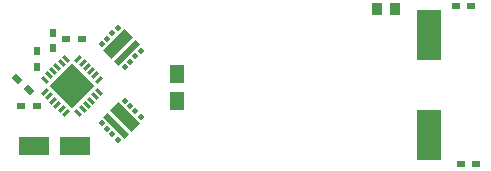
<source format=gtp>
G04*
G04 #@! TF.GenerationSoftware,Altium Limited,Altium Designer,20.1.11 (218)*
G04*
G04 Layer_Color=8421504*
%FSLAX25Y25*%
%MOIN*%
G70*
G04*
G04 #@! TF.SameCoordinates,9EE67B27-E454-41D5-82AA-807338E90DDB*
G04*
G04*
G04 #@! TF.FilePolarity,Positive*
G04*
G01*
G75*
G04:AMPARAMS|DCode=18|XSize=11.81mil|YSize=27.56mil|CornerRadius=0mil|HoleSize=0mil|Usage=FLASHONLY|Rotation=315.000|XOffset=0mil|YOffset=0mil|HoleType=Round|Shape=Rectangle|*
%AMROTATEDRECTD18*
4,1,4,-0.01392,-0.00557,0.00557,0.01392,0.01392,0.00557,-0.00557,-0.01392,-0.01392,-0.00557,0.0*
%
%ADD18ROTATEDRECTD18*%

G04:AMPARAMS|DCode=19|XSize=11.81mil|YSize=27.56mil|CornerRadius=0mil|HoleSize=0mil|Usage=FLASHONLY|Rotation=225.000|XOffset=0mil|YOffset=0mil|HoleType=Round|Shape=Rectangle|*
%AMROTATEDRECTD19*
4,1,4,-0.00557,0.01392,0.01392,-0.00557,0.00557,-0.01392,-0.01392,0.00557,-0.00557,0.01392,0.0*
%
%ADD19ROTATEDRECTD19*%

%ADD20P,0.15033X4X360.0*%
%ADD21P,0.02505X4X180.0*%
G04:AMPARAMS|DCode=22|XSize=100.39mil|YSize=41.1mil|CornerRadius=0mil|HoleSize=0mil|Usage=FLASHONLY|Rotation=135.000|XOffset=0mil|YOffset=0mil|HoleType=Round|Shape=Rectangle|*
%AMROTATEDRECTD22*
4,1,4,0.05003,-0.02096,0.02096,-0.05003,-0.05003,0.02096,-0.02096,0.05003,0.05003,-0.02096,0.0*
%
%ADD22ROTATEDRECTD22*%

G04:AMPARAMS|DCode=23|XSize=100.39mil|YSize=21.89mil|CornerRadius=0mil|HoleSize=0mil|Usage=FLASHONLY|Rotation=135.000|XOffset=0mil|YOffset=0mil|HoleType=Round|Shape=Rectangle|*
%AMROTATEDRECTD23*
4,1,4,0.04323,-0.02775,0.02775,-0.04323,-0.04323,0.02775,-0.02775,0.04323,0.04323,-0.02775,0.0*
%
%ADD23ROTATEDRECTD23*%

%ADD24R,0.02500X0.02000*%
%ADD25R,0.03661X0.03858*%
%ADD26R,0.03000X0.02300*%
%ADD27R,0.05000X0.06000*%
%ADD28R,0.10039X0.06299*%
%ADD29R,0.08071X0.16535*%
%ADD30R,0.02300X0.03000*%
G04:AMPARAMS|DCode=31|XSize=30mil|YSize=23mil|CornerRadius=0mil|HoleSize=0mil|Usage=FLASHONLY|Rotation=315.000|XOffset=0mil|YOffset=0mil|HoleType=Round|Shape=Rectangle|*
%AMROTATEDRECTD31*
4,1,4,-0.01874,0.00248,-0.00248,0.01874,0.01874,-0.00248,0.00248,-0.01874,-0.01874,0.00248,0.0*
%
%ADD31ROTATEDRECTD31*%

%ADD32P,0.02505X4X270.0*%
G04:AMPARAMS|DCode=33|XSize=100.39mil|YSize=21.89mil|CornerRadius=0mil|HoleSize=0mil|Usage=FLASHONLY|Rotation=225.000|XOffset=0mil|YOffset=0mil|HoleType=Round|Shape=Rectangle|*
%AMROTATEDRECTD33*
4,1,4,0.02775,0.04323,0.04323,0.02775,-0.02775,-0.04323,-0.04323,-0.02775,0.02775,0.04323,0.0*
%
%ADD33ROTATEDRECTD33*%

G04:AMPARAMS|DCode=34|XSize=100.39mil|YSize=41.1mil|CornerRadius=0mil|HoleSize=0mil|Usage=FLASHONLY|Rotation=225.000|XOffset=0mil|YOffset=0mil|HoleType=Round|Shape=Rectangle|*
%AMROTATEDRECTD34*
4,1,4,0.02096,0.05003,0.05003,0.02096,-0.02096,-0.05003,-0.05003,-0.02096,0.02096,0.05003,0.0*
%
%ADD34ROTATEDRECTD34*%

D18*
X-175737Y-117124D02*
D03*
X-174345Y-118516D02*
D03*
X-177129Y-115732D02*
D03*
X-172953Y-119908D02*
D03*
X-178521Y-114340D02*
D03*
X-179913Y-112948D02*
D03*
X-184088Y-131043D02*
D03*
X-185480Y-129651D02*
D03*
X-189656Y-125475D02*
D03*
X-191047Y-124083D02*
D03*
X-186873Y-128259D02*
D03*
X-188263Y-126867D02*
D03*
D19*
X-172952Y-124083D02*
D03*
X-174345Y-125475D02*
D03*
X-175736Y-126867D02*
D03*
X-177129Y-128259D02*
D03*
X-178520Y-129651D02*
D03*
X-179913Y-131043D02*
D03*
X-184088Y-112948D02*
D03*
X-185480Y-114340D02*
D03*
X-186872Y-115732D02*
D03*
X-188264Y-117124D02*
D03*
X-189656Y-118515D02*
D03*
X-191048Y-119908D02*
D03*
D20*
X-182005Y-121996D02*
D03*
D21*
X-160881Y-130486D02*
D03*
X-162691Y-128677D02*
D03*
X-164500Y-126867D02*
D03*
X-159072Y-132296D02*
D03*
X-166728Y-139951D02*
D03*
X-172156Y-134523D02*
D03*
X-170347Y-136332D02*
D03*
X-168537Y-138142D02*
D03*
D22*
X-164408Y-132203D02*
D03*
D23*
X-167485Y-135280D02*
D03*
D24*
X-49180Y-95500D02*
D03*
X-54000D02*
D03*
X-47500Y-148000D02*
D03*
X-52320D02*
D03*
D25*
X-74437Y-96500D02*
D03*
X-80500D02*
D03*
D26*
X-193700Y-128676D02*
D03*
X-199000D02*
D03*
X-178788Y-106266D02*
D03*
X-184088D02*
D03*
D27*
X-147000Y-117867D02*
D03*
Y-126867D02*
D03*
D28*
X-181000Y-142000D02*
D03*
X-194780D02*
D03*
D29*
X-63000Y-104878D02*
D03*
Y-138343D02*
D03*
D30*
X-188264Y-109500D02*
D03*
Y-104200D02*
D03*
X-193700Y-115732D02*
D03*
Y-110432D02*
D03*
D31*
X-196500Y-123500D02*
D03*
X-200248Y-119752D02*
D03*
D32*
X-159072Y-110303D02*
D03*
X-160881Y-112113D02*
D03*
X-162690Y-113923D02*
D03*
X-164500Y-115732D02*
D03*
X-166727Y-102647D02*
D03*
X-168537Y-104457D02*
D03*
X-170346Y-106266D02*
D03*
X-172156Y-108076D02*
D03*
D33*
X-163743Y-111060D02*
D03*
D34*
X-166820Y-107984D02*
D03*
M02*

</source>
